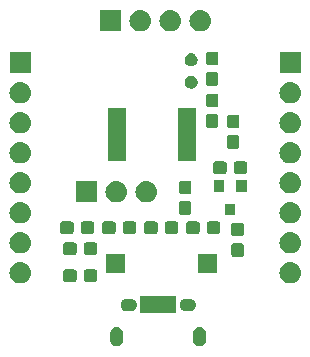
<source format=gbr>
%TF.GenerationSoftware,KiCad,Pcbnew,5.1.2*%
%TF.CreationDate,2019-09-03T08:08:03+08:00*%
%TF.ProjectId,stm32l011d4p6,73746d33-326c-4303-9131-643470362e6b,rev?*%
%TF.SameCoordinates,Original*%
%TF.FileFunction,Soldermask,Top*%
%TF.FilePolarity,Negative*%
%FSLAX46Y46*%
G04 Gerber Fmt 4.6, Leading zero omitted, Abs format (unit mm)*
G04 Created by KiCad (PCBNEW 5.1.2) date 2019-09-03 08:08:03*
%MOMM*%
%LPD*%
G04 APERTURE LIST*
%ADD10C,0.350000*%
G04 APERTURE END LIST*
D10*
G36*
X158802014Y-88415973D02*
G01*
X158905878Y-88447479D01*
X158949907Y-88471013D01*
X159001599Y-88498643D01*
X159001601Y-88498644D01*
X159001600Y-88498644D01*
X159085501Y-88567499D01*
X159154356Y-88651400D01*
X159205521Y-88747121D01*
X159237027Y-88850985D01*
X159245000Y-88931933D01*
X159245000Y-89536067D01*
X159237027Y-89617015D01*
X159205521Y-89720879D01*
X159205519Y-89720882D01*
X159154357Y-89816600D01*
X159085501Y-89900501D01*
X159001600Y-89969357D01*
X158933055Y-90005995D01*
X158905879Y-90020521D01*
X158802015Y-90052027D01*
X158694000Y-90062666D01*
X158585986Y-90052027D01*
X158482122Y-90020521D01*
X158454946Y-90005995D01*
X158386401Y-89969357D01*
X158302500Y-89900501D01*
X158233643Y-89816599D01*
X158182481Y-89720882D01*
X158182480Y-89720879D01*
X158150973Y-89617015D01*
X158143000Y-89536067D01*
X158143000Y-88931934D01*
X158150973Y-88850986D01*
X158182479Y-88747122D01*
X158233644Y-88651400D01*
X158302499Y-88567499D01*
X158386400Y-88498644D01*
X158386399Y-88498644D01*
X158386401Y-88498643D01*
X158438093Y-88471013D01*
X158482121Y-88447479D01*
X158585985Y-88415973D01*
X158694000Y-88405334D01*
X158802014Y-88415973D01*
X158802014Y-88415973D01*
G37*
G36*
X151802014Y-88415973D02*
G01*
X151905878Y-88447479D01*
X151949907Y-88471013D01*
X152001599Y-88498643D01*
X152001601Y-88498644D01*
X152001600Y-88498644D01*
X152085501Y-88567499D01*
X152154356Y-88651400D01*
X152205521Y-88747121D01*
X152237027Y-88850985D01*
X152245000Y-88931933D01*
X152245000Y-89536067D01*
X152237027Y-89617015D01*
X152205521Y-89720879D01*
X152205519Y-89720882D01*
X152154357Y-89816600D01*
X152085501Y-89900501D01*
X152001600Y-89969357D01*
X151933055Y-90005995D01*
X151905879Y-90020521D01*
X151802015Y-90052027D01*
X151694000Y-90062666D01*
X151585986Y-90052027D01*
X151482122Y-90020521D01*
X151454946Y-90005995D01*
X151386401Y-89969357D01*
X151302500Y-89900501D01*
X151233643Y-89816599D01*
X151182481Y-89720882D01*
X151182480Y-89720879D01*
X151150973Y-89617015D01*
X151143000Y-89536067D01*
X151143000Y-88931934D01*
X151150973Y-88850986D01*
X151182479Y-88747122D01*
X151233644Y-88651400D01*
X151302499Y-88567499D01*
X151386400Y-88498644D01*
X151386399Y-88498644D01*
X151386401Y-88498643D01*
X151438093Y-88471013D01*
X151482121Y-88447479D01*
X151585985Y-88415973D01*
X151694000Y-88405334D01*
X151802014Y-88415973D01*
X151802014Y-88415973D01*
G37*
G36*
X156745000Y-87260000D02*
G01*
X153643000Y-87260000D01*
X153643000Y-85808000D01*
X156745000Y-85808000D01*
X156745000Y-87260000D01*
X156745000Y-87260000D01*
G37*
G36*
X152947114Y-86015611D02*
G01*
X153046265Y-86045688D01*
X153137644Y-86094531D01*
X153217738Y-86160262D01*
X153283469Y-86240356D01*
X153332312Y-86331735D01*
X153362389Y-86430886D01*
X153372545Y-86534000D01*
X153362389Y-86637114D01*
X153332312Y-86736265D01*
X153283469Y-86827644D01*
X153217738Y-86907738D01*
X153137644Y-86973469D01*
X153046265Y-87022312D01*
X152947114Y-87052389D01*
X152869839Y-87060000D01*
X152518161Y-87060000D01*
X152440886Y-87052389D01*
X152341735Y-87022312D01*
X152250356Y-86973469D01*
X152170262Y-86907738D01*
X152104531Y-86827644D01*
X152055688Y-86736265D01*
X152025611Y-86637114D01*
X152015455Y-86534000D01*
X152025611Y-86430886D01*
X152055688Y-86331735D01*
X152104531Y-86240356D01*
X152170262Y-86160262D01*
X152250356Y-86094531D01*
X152341735Y-86045688D01*
X152440886Y-86015611D01*
X152518161Y-86008000D01*
X152869839Y-86008000D01*
X152947114Y-86015611D01*
X152947114Y-86015611D01*
G37*
G36*
X157947114Y-86015611D02*
G01*
X158046265Y-86045688D01*
X158137644Y-86094531D01*
X158217738Y-86160262D01*
X158283469Y-86240356D01*
X158332312Y-86331735D01*
X158362389Y-86430886D01*
X158372545Y-86534000D01*
X158362389Y-86637114D01*
X158332312Y-86736265D01*
X158283469Y-86827644D01*
X158217738Y-86907738D01*
X158137644Y-86973469D01*
X158046265Y-87022312D01*
X157947114Y-87052389D01*
X157869839Y-87060000D01*
X157518161Y-87060000D01*
X157440886Y-87052389D01*
X157341735Y-87022312D01*
X157250356Y-86973469D01*
X157170262Y-86907738D01*
X157104531Y-86827644D01*
X157055688Y-86736265D01*
X157025611Y-86637114D01*
X157015455Y-86534000D01*
X157025611Y-86430886D01*
X157055688Y-86331735D01*
X157104531Y-86240356D01*
X157170262Y-86160262D01*
X157250356Y-86094531D01*
X157341735Y-86045688D01*
X157440886Y-86015611D01*
X157518161Y-86008000D01*
X157869839Y-86008000D01*
X157947114Y-86015611D01*
X157947114Y-86015611D01*
G37*
G36*
X166480443Y-82925519D02*
G01*
X166546627Y-82932037D01*
X166716466Y-82983557D01*
X166872991Y-83067222D01*
X166908729Y-83096552D01*
X167010186Y-83179814D01*
X167093448Y-83281271D01*
X167122778Y-83317009D01*
X167206443Y-83473534D01*
X167257963Y-83643373D01*
X167275359Y-83820000D01*
X167257963Y-83996627D01*
X167206443Y-84166466D01*
X167122778Y-84322991D01*
X167111281Y-84337000D01*
X167010186Y-84460186D01*
X166911899Y-84540847D01*
X166872991Y-84572778D01*
X166716466Y-84656443D01*
X166546627Y-84707963D01*
X166480443Y-84714481D01*
X166414260Y-84721000D01*
X166325740Y-84721000D01*
X166259557Y-84714481D01*
X166193373Y-84707963D01*
X166023534Y-84656443D01*
X165867009Y-84572778D01*
X165828101Y-84540847D01*
X165729814Y-84460186D01*
X165628719Y-84337000D01*
X165617222Y-84322991D01*
X165533557Y-84166466D01*
X165482037Y-83996627D01*
X165464641Y-83820000D01*
X165482037Y-83643373D01*
X165533557Y-83473534D01*
X165617222Y-83317009D01*
X165646552Y-83281271D01*
X165729814Y-83179814D01*
X165831271Y-83096552D01*
X165867009Y-83067222D01*
X166023534Y-82983557D01*
X166193373Y-82932037D01*
X166259557Y-82925519D01*
X166325740Y-82919000D01*
X166414260Y-82919000D01*
X166480443Y-82925519D01*
X166480443Y-82925519D01*
G37*
G36*
X143620443Y-82925519D02*
G01*
X143686627Y-82932037D01*
X143856466Y-82983557D01*
X144012991Y-83067222D01*
X144048729Y-83096552D01*
X144150186Y-83179814D01*
X144233448Y-83281271D01*
X144262778Y-83317009D01*
X144346443Y-83473534D01*
X144397963Y-83643373D01*
X144415359Y-83820000D01*
X144397963Y-83996627D01*
X144346443Y-84166466D01*
X144262778Y-84322991D01*
X144251281Y-84337000D01*
X144150186Y-84460186D01*
X144051899Y-84540847D01*
X144012991Y-84572778D01*
X143856466Y-84656443D01*
X143686627Y-84707963D01*
X143620443Y-84714481D01*
X143554260Y-84721000D01*
X143465740Y-84721000D01*
X143399557Y-84714481D01*
X143333373Y-84707963D01*
X143163534Y-84656443D01*
X143007009Y-84572778D01*
X142968101Y-84540847D01*
X142869814Y-84460186D01*
X142768719Y-84337000D01*
X142757222Y-84322991D01*
X142673557Y-84166466D01*
X142622037Y-83996627D01*
X142604641Y-83820000D01*
X142622037Y-83643373D01*
X142673557Y-83473534D01*
X142757222Y-83317009D01*
X142786552Y-83281271D01*
X142869814Y-83179814D01*
X142971271Y-83096552D01*
X143007009Y-83067222D01*
X143163534Y-82983557D01*
X143333373Y-82932037D01*
X143399557Y-82925519D01*
X143465740Y-82919000D01*
X143554260Y-82919000D01*
X143620443Y-82925519D01*
X143620443Y-82925519D01*
G37*
G36*
X149879499Y-83552445D02*
G01*
X149916995Y-83563820D01*
X149951554Y-83582292D01*
X149981847Y-83607153D01*
X150006708Y-83637446D01*
X150025180Y-83672005D01*
X150036555Y-83709501D01*
X150041000Y-83754638D01*
X150041000Y-84393362D01*
X150036555Y-84438499D01*
X150025180Y-84475995D01*
X150006708Y-84510554D01*
X149981847Y-84540847D01*
X149951554Y-84565708D01*
X149916995Y-84584180D01*
X149879499Y-84595555D01*
X149834362Y-84600000D01*
X149095638Y-84600000D01*
X149050501Y-84595555D01*
X149013005Y-84584180D01*
X148978446Y-84565708D01*
X148948153Y-84540847D01*
X148923292Y-84510554D01*
X148904820Y-84475995D01*
X148893445Y-84438499D01*
X148889000Y-84393362D01*
X148889000Y-83754638D01*
X148893445Y-83709501D01*
X148904820Y-83672005D01*
X148923292Y-83637446D01*
X148948153Y-83607153D01*
X148978446Y-83582292D01*
X149013005Y-83563820D01*
X149050501Y-83552445D01*
X149095638Y-83548000D01*
X149834362Y-83548000D01*
X149879499Y-83552445D01*
X149879499Y-83552445D01*
G37*
G36*
X148129499Y-83552445D02*
G01*
X148166995Y-83563820D01*
X148201554Y-83582292D01*
X148231847Y-83607153D01*
X148256708Y-83637446D01*
X148275180Y-83672005D01*
X148286555Y-83709501D01*
X148291000Y-83754638D01*
X148291000Y-84393362D01*
X148286555Y-84438499D01*
X148275180Y-84475995D01*
X148256708Y-84510554D01*
X148231847Y-84540847D01*
X148201554Y-84565708D01*
X148166995Y-84584180D01*
X148129499Y-84595555D01*
X148084362Y-84600000D01*
X147345638Y-84600000D01*
X147300501Y-84595555D01*
X147263005Y-84584180D01*
X147228446Y-84565708D01*
X147198153Y-84540847D01*
X147173292Y-84510554D01*
X147154820Y-84475995D01*
X147143445Y-84438499D01*
X147139000Y-84393362D01*
X147139000Y-83754638D01*
X147143445Y-83709501D01*
X147154820Y-83672005D01*
X147173292Y-83637446D01*
X147198153Y-83607153D01*
X147228446Y-83582292D01*
X147263005Y-83563820D01*
X147300501Y-83552445D01*
X147345638Y-83548000D01*
X148084362Y-83548000D01*
X148129499Y-83552445D01*
X148129499Y-83552445D01*
G37*
G36*
X160149000Y-83859000D02*
G01*
X158547000Y-83859000D01*
X158547000Y-82257000D01*
X160149000Y-82257000D01*
X160149000Y-83859000D01*
X160149000Y-83859000D01*
G37*
G36*
X152349000Y-83859000D02*
G01*
X150747000Y-83859000D01*
X150747000Y-82257000D01*
X152349000Y-82257000D01*
X152349000Y-83859000D01*
X152349000Y-83859000D01*
G37*
G36*
X162289499Y-81329445D02*
G01*
X162326995Y-81340820D01*
X162361554Y-81359292D01*
X162391847Y-81384153D01*
X162416708Y-81414446D01*
X162435180Y-81449005D01*
X162446555Y-81486501D01*
X162451000Y-81531638D01*
X162451000Y-82270362D01*
X162446555Y-82315499D01*
X162435180Y-82352995D01*
X162416708Y-82387554D01*
X162391847Y-82417847D01*
X162361554Y-82442708D01*
X162326995Y-82461180D01*
X162289499Y-82472555D01*
X162244362Y-82477000D01*
X161605638Y-82477000D01*
X161560501Y-82472555D01*
X161523005Y-82461180D01*
X161488446Y-82442708D01*
X161458153Y-82417847D01*
X161433292Y-82387554D01*
X161414820Y-82352995D01*
X161403445Y-82315499D01*
X161399000Y-82270362D01*
X161399000Y-81531638D01*
X161403445Y-81486501D01*
X161414820Y-81449005D01*
X161433292Y-81414446D01*
X161458153Y-81384153D01*
X161488446Y-81359292D01*
X161523005Y-81340820D01*
X161560501Y-81329445D01*
X161605638Y-81325000D01*
X162244362Y-81325000D01*
X162289499Y-81329445D01*
X162289499Y-81329445D01*
G37*
G36*
X148129499Y-81266445D02*
G01*
X148166995Y-81277820D01*
X148201554Y-81296292D01*
X148231847Y-81321153D01*
X148256708Y-81351446D01*
X148275180Y-81386005D01*
X148286555Y-81423501D01*
X148291000Y-81468638D01*
X148291000Y-82107362D01*
X148286555Y-82152499D01*
X148275180Y-82189995D01*
X148256708Y-82224554D01*
X148231847Y-82254847D01*
X148201554Y-82279708D01*
X148166995Y-82298180D01*
X148129499Y-82309555D01*
X148084362Y-82314000D01*
X147345638Y-82314000D01*
X147300501Y-82309555D01*
X147263005Y-82298180D01*
X147228446Y-82279708D01*
X147198153Y-82254847D01*
X147173292Y-82224554D01*
X147154820Y-82189995D01*
X147143445Y-82152499D01*
X147139000Y-82107362D01*
X147139000Y-81468638D01*
X147143445Y-81423501D01*
X147154820Y-81386005D01*
X147173292Y-81351446D01*
X147198153Y-81321153D01*
X147228446Y-81296292D01*
X147263005Y-81277820D01*
X147300501Y-81266445D01*
X147345638Y-81262000D01*
X148084362Y-81262000D01*
X148129499Y-81266445D01*
X148129499Y-81266445D01*
G37*
G36*
X149879499Y-81266445D02*
G01*
X149916995Y-81277820D01*
X149951554Y-81296292D01*
X149981847Y-81321153D01*
X150006708Y-81351446D01*
X150025180Y-81386005D01*
X150036555Y-81423501D01*
X150041000Y-81468638D01*
X150041000Y-82107362D01*
X150036555Y-82152499D01*
X150025180Y-82189995D01*
X150006708Y-82224554D01*
X149981847Y-82254847D01*
X149951554Y-82279708D01*
X149916995Y-82298180D01*
X149879499Y-82309555D01*
X149834362Y-82314000D01*
X149095638Y-82314000D01*
X149050501Y-82309555D01*
X149013005Y-82298180D01*
X148978446Y-82279708D01*
X148948153Y-82254847D01*
X148923292Y-82224554D01*
X148904820Y-82189995D01*
X148893445Y-82152499D01*
X148889000Y-82107362D01*
X148889000Y-81468638D01*
X148893445Y-81423501D01*
X148904820Y-81386005D01*
X148923292Y-81351446D01*
X148948153Y-81321153D01*
X148978446Y-81296292D01*
X149013005Y-81277820D01*
X149050501Y-81266445D01*
X149095638Y-81262000D01*
X149834362Y-81262000D01*
X149879499Y-81266445D01*
X149879499Y-81266445D01*
G37*
G36*
X166480442Y-80385518D02*
G01*
X166546627Y-80392037D01*
X166716466Y-80443557D01*
X166872991Y-80527222D01*
X166908729Y-80556552D01*
X167010186Y-80639814D01*
X167093448Y-80741271D01*
X167122778Y-80777009D01*
X167206443Y-80933534D01*
X167257963Y-81103373D01*
X167275359Y-81280000D01*
X167257963Y-81456627D01*
X167206443Y-81626466D01*
X167122778Y-81782991D01*
X167093448Y-81818729D01*
X167010186Y-81920186D01*
X166908729Y-82003448D01*
X166872991Y-82032778D01*
X166716466Y-82116443D01*
X166546627Y-82167963D01*
X166480443Y-82174481D01*
X166414260Y-82181000D01*
X166325740Y-82181000D01*
X166259557Y-82174481D01*
X166193373Y-82167963D01*
X166023534Y-82116443D01*
X165867009Y-82032778D01*
X165831271Y-82003448D01*
X165729814Y-81920186D01*
X165646552Y-81818729D01*
X165617222Y-81782991D01*
X165533557Y-81626466D01*
X165482037Y-81456627D01*
X165464641Y-81280000D01*
X165482037Y-81103373D01*
X165533557Y-80933534D01*
X165617222Y-80777009D01*
X165646552Y-80741271D01*
X165729814Y-80639814D01*
X165831271Y-80556552D01*
X165867009Y-80527222D01*
X166023534Y-80443557D01*
X166193373Y-80392037D01*
X166259558Y-80385518D01*
X166325740Y-80379000D01*
X166414260Y-80379000D01*
X166480442Y-80385518D01*
X166480442Y-80385518D01*
G37*
G36*
X143620442Y-80385518D02*
G01*
X143686627Y-80392037D01*
X143856466Y-80443557D01*
X144012991Y-80527222D01*
X144048729Y-80556552D01*
X144150186Y-80639814D01*
X144233448Y-80741271D01*
X144262778Y-80777009D01*
X144346443Y-80933534D01*
X144397963Y-81103373D01*
X144415359Y-81280000D01*
X144397963Y-81456627D01*
X144346443Y-81626466D01*
X144262778Y-81782991D01*
X144233448Y-81818729D01*
X144150186Y-81920186D01*
X144048729Y-82003448D01*
X144012991Y-82032778D01*
X143856466Y-82116443D01*
X143686627Y-82167963D01*
X143620443Y-82174481D01*
X143554260Y-82181000D01*
X143465740Y-82181000D01*
X143399557Y-82174481D01*
X143333373Y-82167963D01*
X143163534Y-82116443D01*
X143007009Y-82032778D01*
X142971271Y-82003448D01*
X142869814Y-81920186D01*
X142786552Y-81818729D01*
X142757222Y-81782991D01*
X142673557Y-81626466D01*
X142622037Y-81456627D01*
X142604641Y-81280000D01*
X142622037Y-81103373D01*
X142673557Y-80933534D01*
X142757222Y-80777009D01*
X142786552Y-80741271D01*
X142869814Y-80639814D01*
X142971271Y-80556552D01*
X143007009Y-80527222D01*
X143163534Y-80443557D01*
X143333373Y-80392037D01*
X143399558Y-80385518D01*
X143465740Y-80379000D01*
X143554260Y-80379000D01*
X143620442Y-80385518D01*
X143620442Y-80385518D01*
G37*
G36*
X162289499Y-79579445D02*
G01*
X162326995Y-79590820D01*
X162361554Y-79609292D01*
X162391847Y-79634153D01*
X162416708Y-79664446D01*
X162435180Y-79699005D01*
X162446555Y-79736501D01*
X162451000Y-79781638D01*
X162451000Y-80520362D01*
X162446555Y-80565499D01*
X162435180Y-80602995D01*
X162416708Y-80637554D01*
X162391847Y-80667847D01*
X162361554Y-80692708D01*
X162326995Y-80711180D01*
X162289499Y-80722555D01*
X162244362Y-80727000D01*
X161605638Y-80727000D01*
X161560501Y-80722555D01*
X161523005Y-80711180D01*
X161488446Y-80692708D01*
X161458153Y-80667847D01*
X161433292Y-80637554D01*
X161414820Y-80602995D01*
X161403445Y-80565499D01*
X161399000Y-80520362D01*
X161399000Y-79781638D01*
X161403445Y-79736501D01*
X161414820Y-79699005D01*
X161433292Y-79664446D01*
X161458153Y-79634153D01*
X161488446Y-79609292D01*
X161523005Y-79590820D01*
X161560501Y-79579445D01*
X161605638Y-79575000D01*
X162244362Y-79575000D01*
X162289499Y-79579445D01*
X162289499Y-79579445D01*
G37*
G36*
X149625499Y-79488445D02*
G01*
X149662995Y-79499820D01*
X149697554Y-79518292D01*
X149727847Y-79543153D01*
X149752708Y-79573446D01*
X149771180Y-79608005D01*
X149782555Y-79645501D01*
X149787000Y-79690638D01*
X149787000Y-80329362D01*
X149782555Y-80374499D01*
X149771180Y-80411995D01*
X149752708Y-80446554D01*
X149727847Y-80476847D01*
X149697554Y-80501708D01*
X149662995Y-80520180D01*
X149625499Y-80531555D01*
X149580362Y-80536000D01*
X148841638Y-80536000D01*
X148796501Y-80531555D01*
X148759005Y-80520180D01*
X148724446Y-80501708D01*
X148694153Y-80476847D01*
X148669292Y-80446554D01*
X148650820Y-80411995D01*
X148639445Y-80374499D01*
X148635000Y-80329362D01*
X148635000Y-79690638D01*
X148639445Y-79645501D01*
X148650820Y-79608005D01*
X148669292Y-79573446D01*
X148694153Y-79543153D01*
X148724446Y-79518292D01*
X148759005Y-79499820D01*
X148796501Y-79488445D01*
X148841638Y-79484000D01*
X149580362Y-79484000D01*
X149625499Y-79488445D01*
X149625499Y-79488445D01*
G37*
G36*
X147875499Y-79488445D02*
G01*
X147912995Y-79499820D01*
X147947554Y-79518292D01*
X147977847Y-79543153D01*
X148002708Y-79573446D01*
X148021180Y-79608005D01*
X148032555Y-79645501D01*
X148037000Y-79690638D01*
X148037000Y-80329362D01*
X148032555Y-80374499D01*
X148021180Y-80411995D01*
X148002708Y-80446554D01*
X147977847Y-80476847D01*
X147947554Y-80501708D01*
X147912995Y-80520180D01*
X147875499Y-80531555D01*
X147830362Y-80536000D01*
X147091638Y-80536000D01*
X147046501Y-80531555D01*
X147009005Y-80520180D01*
X146974446Y-80501708D01*
X146944153Y-80476847D01*
X146919292Y-80446554D01*
X146900820Y-80411995D01*
X146889445Y-80374499D01*
X146885000Y-80329362D01*
X146885000Y-79690638D01*
X146889445Y-79645501D01*
X146900820Y-79608005D01*
X146919292Y-79573446D01*
X146944153Y-79543153D01*
X146974446Y-79518292D01*
X147009005Y-79499820D01*
X147046501Y-79488445D01*
X147091638Y-79484000D01*
X147830362Y-79484000D01*
X147875499Y-79488445D01*
X147875499Y-79488445D01*
G37*
G36*
X160293499Y-79488445D02*
G01*
X160330995Y-79499820D01*
X160365554Y-79518292D01*
X160395847Y-79543153D01*
X160420708Y-79573446D01*
X160439180Y-79608005D01*
X160450555Y-79645501D01*
X160455000Y-79690638D01*
X160455000Y-80329362D01*
X160450555Y-80374499D01*
X160439180Y-80411995D01*
X160420708Y-80446554D01*
X160395847Y-80476847D01*
X160365554Y-80501708D01*
X160330995Y-80520180D01*
X160293499Y-80531555D01*
X160248362Y-80536000D01*
X159509638Y-80536000D01*
X159464501Y-80531555D01*
X159427005Y-80520180D01*
X159392446Y-80501708D01*
X159362153Y-80476847D01*
X159337292Y-80446554D01*
X159318820Y-80411995D01*
X159307445Y-80374499D01*
X159303000Y-80329362D01*
X159303000Y-79690638D01*
X159307445Y-79645501D01*
X159318820Y-79608005D01*
X159337292Y-79573446D01*
X159362153Y-79543153D01*
X159392446Y-79518292D01*
X159427005Y-79499820D01*
X159464501Y-79488445D01*
X159509638Y-79484000D01*
X160248362Y-79484000D01*
X160293499Y-79488445D01*
X160293499Y-79488445D01*
G37*
G36*
X158543499Y-79488445D02*
G01*
X158580995Y-79499820D01*
X158615554Y-79518292D01*
X158645847Y-79543153D01*
X158670708Y-79573446D01*
X158689180Y-79608005D01*
X158700555Y-79645501D01*
X158705000Y-79690638D01*
X158705000Y-80329362D01*
X158700555Y-80374499D01*
X158689180Y-80411995D01*
X158670708Y-80446554D01*
X158645847Y-80476847D01*
X158615554Y-80501708D01*
X158580995Y-80520180D01*
X158543499Y-80531555D01*
X158498362Y-80536000D01*
X157759638Y-80536000D01*
X157714501Y-80531555D01*
X157677005Y-80520180D01*
X157642446Y-80501708D01*
X157612153Y-80476847D01*
X157587292Y-80446554D01*
X157568820Y-80411995D01*
X157557445Y-80374499D01*
X157553000Y-80329362D01*
X157553000Y-79690638D01*
X157557445Y-79645501D01*
X157568820Y-79608005D01*
X157587292Y-79573446D01*
X157612153Y-79543153D01*
X157642446Y-79518292D01*
X157677005Y-79499820D01*
X157714501Y-79488445D01*
X157759638Y-79484000D01*
X158498362Y-79484000D01*
X158543499Y-79488445D01*
X158543499Y-79488445D01*
G37*
G36*
X151431499Y-79488445D02*
G01*
X151468995Y-79499820D01*
X151503554Y-79518292D01*
X151533847Y-79543153D01*
X151558708Y-79573446D01*
X151577180Y-79608005D01*
X151588555Y-79645501D01*
X151593000Y-79690638D01*
X151593000Y-80329362D01*
X151588555Y-80374499D01*
X151577180Y-80411995D01*
X151558708Y-80446554D01*
X151533847Y-80476847D01*
X151503554Y-80501708D01*
X151468995Y-80520180D01*
X151431499Y-80531555D01*
X151386362Y-80536000D01*
X150647638Y-80536000D01*
X150602501Y-80531555D01*
X150565005Y-80520180D01*
X150530446Y-80501708D01*
X150500153Y-80476847D01*
X150475292Y-80446554D01*
X150456820Y-80411995D01*
X150445445Y-80374499D01*
X150441000Y-80329362D01*
X150441000Y-79690638D01*
X150445445Y-79645501D01*
X150456820Y-79608005D01*
X150475292Y-79573446D01*
X150500153Y-79543153D01*
X150530446Y-79518292D01*
X150565005Y-79499820D01*
X150602501Y-79488445D01*
X150647638Y-79484000D01*
X151386362Y-79484000D01*
X151431499Y-79488445D01*
X151431499Y-79488445D01*
G37*
G36*
X153181499Y-79488445D02*
G01*
X153218995Y-79499820D01*
X153253554Y-79518292D01*
X153283847Y-79543153D01*
X153308708Y-79573446D01*
X153327180Y-79608005D01*
X153338555Y-79645501D01*
X153343000Y-79690638D01*
X153343000Y-80329362D01*
X153338555Y-80374499D01*
X153327180Y-80411995D01*
X153308708Y-80446554D01*
X153283847Y-80476847D01*
X153253554Y-80501708D01*
X153218995Y-80520180D01*
X153181499Y-80531555D01*
X153136362Y-80536000D01*
X152397638Y-80536000D01*
X152352501Y-80531555D01*
X152315005Y-80520180D01*
X152280446Y-80501708D01*
X152250153Y-80476847D01*
X152225292Y-80446554D01*
X152206820Y-80411995D01*
X152195445Y-80374499D01*
X152191000Y-80329362D01*
X152191000Y-79690638D01*
X152195445Y-79645501D01*
X152206820Y-79608005D01*
X152225292Y-79573446D01*
X152250153Y-79543153D01*
X152280446Y-79518292D01*
X152315005Y-79499820D01*
X152352501Y-79488445D01*
X152397638Y-79484000D01*
X153136362Y-79484000D01*
X153181499Y-79488445D01*
X153181499Y-79488445D01*
G37*
G36*
X154987499Y-79488445D02*
G01*
X155024995Y-79499820D01*
X155059554Y-79518292D01*
X155089847Y-79543153D01*
X155114708Y-79573446D01*
X155133180Y-79608005D01*
X155144555Y-79645501D01*
X155149000Y-79690638D01*
X155149000Y-80329362D01*
X155144555Y-80374499D01*
X155133180Y-80411995D01*
X155114708Y-80446554D01*
X155089847Y-80476847D01*
X155059554Y-80501708D01*
X155024995Y-80520180D01*
X154987499Y-80531555D01*
X154942362Y-80536000D01*
X154203638Y-80536000D01*
X154158501Y-80531555D01*
X154121005Y-80520180D01*
X154086446Y-80501708D01*
X154056153Y-80476847D01*
X154031292Y-80446554D01*
X154012820Y-80411995D01*
X154001445Y-80374499D01*
X153997000Y-80329362D01*
X153997000Y-79690638D01*
X154001445Y-79645501D01*
X154012820Y-79608005D01*
X154031292Y-79573446D01*
X154056153Y-79543153D01*
X154086446Y-79518292D01*
X154121005Y-79499820D01*
X154158501Y-79488445D01*
X154203638Y-79484000D01*
X154942362Y-79484000D01*
X154987499Y-79488445D01*
X154987499Y-79488445D01*
G37*
G36*
X156737499Y-79488445D02*
G01*
X156774995Y-79499820D01*
X156809554Y-79518292D01*
X156839847Y-79543153D01*
X156864708Y-79573446D01*
X156883180Y-79608005D01*
X156894555Y-79645501D01*
X156899000Y-79690638D01*
X156899000Y-80329362D01*
X156894555Y-80374499D01*
X156883180Y-80411995D01*
X156864708Y-80446554D01*
X156839847Y-80476847D01*
X156809554Y-80501708D01*
X156774995Y-80520180D01*
X156737499Y-80531555D01*
X156692362Y-80536000D01*
X155953638Y-80536000D01*
X155908501Y-80531555D01*
X155871005Y-80520180D01*
X155836446Y-80501708D01*
X155806153Y-80476847D01*
X155781292Y-80446554D01*
X155762820Y-80411995D01*
X155751445Y-80374499D01*
X155747000Y-80329362D01*
X155747000Y-79690638D01*
X155751445Y-79645501D01*
X155762820Y-79608005D01*
X155781292Y-79573446D01*
X155806153Y-79543153D01*
X155836446Y-79518292D01*
X155871005Y-79499820D01*
X155908501Y-79488445D01*
X155953638Y-79484000D01*
X156692362Y-79484000D01*
X156737499Y-79488445D01*
X156737499Y-79488445D01*
G37*
G36*
X143620443Y-77845519D02*
G01*
X143686627Y-77852037D01*
X143856466Y-77903557D01*
X144012991Y-77987222D01*
X144048729Y-78016552D01*
X144150186Y-78099814D01*
X144233448Y-78201271D01*
X144262778Y-78237009D01*
X144346443Y-78393534D01*
X144397963Y-78563373D01*
X144415359Y-78740000D01*
X144397963Y-78916627D01*
X144346443Y-79086466D01*
X144262778Y-79242991D01*
X144233448Y-79278729D01*
X144150186Y-79380186D01*
X144048729Y-79463448D01*
X144012991Y-79492778D01*
X143856466Y-79576443D01*
X143686627Y-79627963D01*
X143623778Y-79634153D01*
X143554260Y-79641000D01*
X143465740Y-79641000D01*
X143396222Y-79634153D01*
X143333373Y-79627963D01*
X143163534Y-79576443D01*
X143007009Y-79492778D01*
X142971271Y-79463448D01*
X142869814Y-79380186D01*
X142786552Y-79278729D01*
X142757222Y-79242991D01*
X142673557Y-79086466D01*
X142622037Y-78916627D01*
X142604641Y-78740000D01*
X142622037Y-78563373D01*
X142673557Y-78393534D01*
X142757222Y-78237009D01*
X142786552Y-78201271D01*
X142869814Y-78099814D01*
X142971271Y-78016552D01*
X143007009Y-77987222D01*
X143163534Y-77903557D01*
X143333373Y-77852037D01*
X143399557Y-77845519D01*
X143465740Y-77839000D01*
X143554260Y-77839000D01*
X143620443Y-77845519D01*
X143620443Y-77845519D01*
G37*
G36*
X166480443Y-77845519D02*
G01*
X166546627Y-77852037D01*
X166716466Y-77903557D01*
X166872991Y-77987222D01*
X166908729Y-78016552D01*
X167010186Y-78099814D01*
X167093448Y-78201271D01*
X167122778Y-78237009D01*
X167206443Y-78393534D01*
X167257963Y-78563373D01*
X167275359Y-78740000D01*
X167257963Y-78916627D01*
X167206443Y-79086466D01*
X167122778Y-79242991D01*
X167093448Y-79278729D01*
X167010186Y-79380186D01*
X166908729Y-79463448D01*
X166872991Y-79492778D01*
X166716466Y-79576443D01*
X166546627Y-79627963D01*
X166483778Y-79634153D01*
X166414260Y-79641000D01*
X166325740Y-79641000D01*
X166256222Y-79634153D01*
X166193373Y-79627963D01*
X166023534Y-79576443D01*
X165867009Y-79492778D01*
X165831271Y-79463448D01*
X165729814Y-79380186D01*
X165646552Y-79278729D01*
X165617222Y-79242991D01*
X165533557Y-79086466D01*
X165482037Y-78916627D01*
X165464641Y-78740000D01*
X165482037Y-78563373D01*
X165533557Y-78393534D01*
X165617222Y-78237009D01*
X165646552Y-78201271D01*
X165729814Y-78099814D01*
X165831271Y-78016552D01*
X165867009Y-77987222D01*
X166023534Y-77903557D01*
X166193373Y-77852037D01*
X166259557Y-77845519D01*
X166325740Y-77839000D01*
X166414260Y-77839000D01*
X166480443Y-77845519D01*
X166480443Y-77845519D01*
G37*
G36*
X161741000Y-78971000D02*
G01*
X160839000Y-78971000D01*
X160839000Y-77969000D01*
X161741000Y-77969000D01*
X161741000Y-78971000D01*
X161741000Y-78971000D01*
G37*
G36*
X157844499Y-77773445D02*
G01*
X157881995Y-77784820D01*
X157916554Y-77803292D01*
X157946847Y-77828153D01*
X157971708Y-77858446D01*
X157990180Y-77893005D01*
X158001555Y-77930501D01*
X158006000Y-77975638D01*
X158006000Y-78714362D01*
X158001555Y-78759499D01*
X157990180Y-78796995D01*
X157971708Y-78831554D01*
X157946847Y-78861847D01*
X157916554Y-78886708D01*
X157881995Y-78905180D01*
X157844499Y-78916555D01*
X157799362Y-78921000D01*
X157160638Y-78921000D01*
X157115501Y-78916555D01*
X157078005Y-78905180D01*
X157043446Y-78886708D01*
X157013153Y-78861847D01*
X156988292Y-78831554D01*
X156969820Y-78796995D01*
X156958445Y-78759499D01*
X156954000Y-78714362D01*
X156954000Y-77975638D01*
X156958445Y-77930501D01*
X156969820Y-77893005D01*
X156988292Y-77858446D01*
X157013153Y-77828153D01*
X157043446Y-77803292D01*
X157078005Y-77784820D01*
X157115501Y-77773445D01*
X157160638Y-77769000D01*
X157799362Y-77769000D01*
X157844499Y-77773445D01*
X157844499Y-77773445D01*
G37*
G36*
X151748443Y-76067519D02*
G01*
X151814627Y-76074037D01*
X151984466Y-76125557D01*
X152140991Y-76209222D01*
X152167151Y-76230691D01*
X152278186Y-76321814D01*
X152361448Y-76423271D01*
X152390778Y-76459009D01*
X152474443Y-76615534D01*
X152525963Y-76785373D01*
X152543359Y-76962000D01*
X152525963Y-77138627D01*
X152474443Y-77308466D01*
X152390778Y-77464991D01*
X152361448Y-77500729D01*
X152278186Y-77602186D01*
X152176729Y-77685448D01*
X152140991Y-77714778D01*
X151984466Y-77798443D01*
X151814627Y-77849963D01*
X151748443Y-77856481D01*
X151682260Y-77863000D01*
X151593740Y-77863000D01*
X151527557Y-77856481D01*
X151461373Y-77849963D01*
X151291534Y-77798443D01*
X151135009Y-77714778D01*
X151099271Y-77685448D01*
X150997814Y-77602186D01*
X150914552Y-77500729D01*
X150885222Y-77464991D01*
X150801557Y-77308466D01*
X150750037Y-77138627D01*
X150732641Y-76962000D01*
X150750037Y-76785373D01*
X150801557Y-76615534D01*
X150885222Y-76459009D01*
X150914552Y-76423271D01*
X150997814Y-76321814D01*
X151108849Y-76230691D01*
X151135009Y-76209222D01*
X151291534Y-76125557D01*
X151461373Y-76074037D01*
X151527557Y-76067519D01*
X151593740Y-76061000D01*
X151682260Y-76061000D01*
X151748443Y-76067519D01*
X151748443Y-76067519D01*
G37*
G36*
X149999000Y-77863000D02*
G01*
X148197000Y-77863000D01*
X148197000Y-76061000D01*
X149999000Y-76061000D01*
X149999000Y-77863000D01*
X149999000Y-77863000D01*
G37*
G36*
X154288443Y-76067519D02*
G01*
X154354627Y-76074037D01*
X154524466Y-76125557D01*
X154680991Y-76209222D01*
X154707151Y-76230691D01*
X154818186Y-76321814D01*
X154901448Y-76423271D01*
X154930778Y-76459009D01*
X155014443Y-76615534D01*
X155065963Y-76785373D01*
X155083359Y-76962000D01*
X155065963Y-77138627D01*
X155014443Y-77308466D01*
X154930778Y-77464991D01*
X154901448Y-77500729D01*
X154818186Y-77602186D01*
X154716729Y-77685448D01*
X154680991Y-77714778D01*
X154524466Y-77798443D01*
X154354627Y-77849963D01*
X154288443Y-77856481D01*
X154222260Y-77863000D01*
X154133740Y-77863000D01*
X154067557Y-77856481D01*
X154001373Y-77849963D01*
X153831534Y-77798443D01*
X153675009Y-77714778D01*
X153639271Y-77685448D01*
X153537814Y-77602186D01*
X153454552Y-77500729D01*
X153425222Y-77464991D01*
X153341557Y-77308466D01*
X153290037Y-77138627D01*
X153272641Y-76962000D01*
X153290037Y-76785373D01*
X153341557Y-76615534D01*
X153425222Y-76459009D01*
X153454552Y-76423271D01*
X153537814Y-76321814D01*
X153648849Y-76230691D01*
X153675009Y-76209222D01*
X153831534Y-76125557D01*
X154001373Y-76074037D01*
X154067557Y-76067519D01*
X154133740Y-76061000D01*
X154222260Y-76061000D01*
X154288443Y-76067519D01*
X154288443Y-76067519D01*
G37*
G36*
X157844499Y-76023445D02*
G01*
X157881995Y-76034820D01*
X157916554Y-76053292D01*
X157946847Y-76078153D01*
X157971708Y-76108446D01*
X157990180Y-76143005D01*
X158001555Y-76180501D01*
X158006000Y-76225638D01*
X158006000Y-76964362D01*
X158001555Y-77009499D01*
X157990180Y-77046995D01*
X157971708Y-77081554D01*
X157946847Y-77111847D01*
X157916554Y-77136708D01*
X157881995Y-77155180D01*
X157844499Y-77166555D01*
X157799362Y-77171000D01*
X157160638Y-77171000D01*
X157115501Y-77166555D01*
X157078005Y-77155180D01*
X157043446Y-77136708D01*
X157013153Y-77111847D01*
X156988292Y-77081554D01*
X156969820Y-77046995D01*
X156958445Y-77009499D01*
X156954000Y-76964362D01*
X156954000Y-76225638D01*
X156958445Y-76180501D01*
X156969820Y-76143005D01*
X156988292Y-76108446D01*
X157013153Y-76078153D01*
X157043446Y-76053292D01*
X157078005Y-76034820D01*
X157115501Y-76023445D01*
X157160638Y-76019000D01*
X157799362Y-76019000D01*
X157844499Y-76023445D01*
X157844499Y-76023445D01*
G37*
G36*
X143620442Y-75305518D02*
G01*
X143686627Y-75312037D01*
X143856466Y-75363557D01*
X144012991Y-75447222D01*
X144048729Y-75476552D01*
X144150186Y-75559814D01*
X144233448Y-75661271D01*
X144262778Y-75697009D01*
X144346443Y-75853534D01*
X144397963Y-76023373D01*
X144415359Y-76200000D01*
X144397963Y-76376627D01*
X144346443Y-76546466D01*
X144262778Y-76702991D01*
X144233448Y-76738729D01*
X144150186Y-76840186D01*
X144067553Y-76908000D01*
X144012991Y-76952778D01*
X143856466Y-77036443D01*
X143686627Y-77087963D01*
X143625646Y-77093969D01*
X143554260Y-77101000D01*
X143465740Y-77101000D01*
X143394354Y-77093969D01*
X143333373Y-77087963D01*
X143163534Y-77036443D01*
X143007009Y-76952778D01*
X142952447Y-76908000D01*
X142869814Y-76840186D01*
X142786552Y-76738729D01*
X142757222Y-76702991D01*
X142673557Y-76546466D01*
X142622037Y-76376627D01*
X142604641Y-76200000D01*
X142622037Y-76023373D01*
X142673557Y-75853534D01*
X142757222Y-75697009D01*
X142786552Y-75661271D01*
X142869814Y-75559814D01*
X142971271Y-75476552D01*
X143007009Y-75447222D01*
X143163534Y-75363557D01*
X143333373Y-75312037D01*
X143399558Y-75305518D01*
X143465740Y-75299000D01*
X143554260Y-75299000D01*
X143620442Y-75305518D01*
X143620442Y-75305518D01*
G37*
G36*
X166480442Y-75305518D02*
G01*
X166546627Y-75312037D01*
X166716466Y-75363557D01*
X166872991Y-75447222D01*
X166908729Y-75476552D01*
X167010186Y-75559814D01*
X167093448Y-75661271D01*
X167122778Y-75697009D01*
X167206443Y-75853534D01*
X167257963Y-76023373D01*
X167275359Y-76200000D01*
X167257963Y-76376627D01*
X167206443Y-76546466D01*
X167122778Y-76702991D01*
X167093448Y-76738729D01*
X167010186Y-76840186D01*
X166927553Y-76908000D01*
X166872991Y-76952778D01*
X166716466Y-77036443D01*
X166546627Y-77087963D01*
X166485646Y-77093969D01*
X166414260Y-77101000D01*
X166325740Y-77101000D01*
X166254354Y-77093969D01*
X166193373Y-77087963D01*
X166023534Y-77036443D01*
X165867009Y-76952778D01*
X165812447Y-76908000D01*
X165729814Y-76840186D01*
X165646552Y-76738729D01*
X165617222Y-76702991D01*
X165533557Y-76546466D01*
X165482037Y-76376627D01*
X165464641Y-76200000D01*
X165482037Y-76023373D01*
X165533557Y-75853534D01*
X165617222Y-75697009D01*
X165646552Y-75661271D01*
X165729814Y-75559814D01*
X165831271Y-75476552D01*
X165867009Y-75447222D01*
X166023534Y-75363557D01*
X166193373Y-75312037D01*
X166259558Y-75305518D01*
X166325740Y-75299000D01*
X166414260Y-75299000D01*
X166480442Y-75305518D01*
X166480442Y-75305518D01*
G37*
G36*
X162691000Y-76971000D02*
G01*
X161789000Y-76971000D01*
X161789000Y-75969000D01*
X162691000Y-75969000D01*
X162691000Y-76971000D01*
X162691000Y-76971000D01*
G37*
G36*
X160791000Y-76971000D02*
G01*
X159889000Y-76971000D01*
X159889000Y-75969000D01*
X160791000Y-75969000D01*
X160791000Y-76971000D01*
X160791000Y-76971000D01*
G37*
G36*
X162579499Y-74408445D02*
G01*
X162616995Y-74419820D01*
X162651554Y-74438292D01*
X162681847Y-74463153D01*
X162706708Y-74493446D01*
X162725180Y-74528005D01*
X162736555Y-74565501D01*
X162741000Y-74610638D01*
X162741000Y-75249362D01*
X162736555Y-75294499D01*
X162725180Y-75331995D01*
X162706708Y-75366554D01*
X162681847Y-75396847D01*
X162651554Y-75421708D01*
X162616995Y-75440180D01*
X162579499Y-75451555D01*
X162534362Y-75456000D01*
X161795638Y-75456000D01*
X161750501Y-75451555D01*
X161713005Y-75440180D01*
X161678446Y-75421708D01*
X161648153Y-75396847D01*
X161623292Y-75366554D01*
X161604820Y-75331995D01*
X161593445Y-75294499D01*
X161589000Y-75249362D01*
X161589000Y-74610638D01*
X161593445Y-74565501D01*
X161604820Y-74528005D01*
X161623292Y-74493446D01*
X161648153Y-74463153D01*
X161678446Y-74438292D01*
X161713005Y-74419820D01*
X161750501Y-74408445D01*
X161795638Y-74404000D01*
X162534362Y-74404000D01*
X162579499Y-74408445D01*
X162579499Y-74408445D01*
G37*
G36*
X160829499Y-74408445D02*
G01*
X160866995Y-74419820D01*
X160901554Y-74438292D01*
X160931847Y-74463153D01*
X160956708Y-74493446D01*
X160975180Y-74528005D01*
X160986555Y-74565501D01*
X160991000Y-74610638D01*
X160991000Y-75249362D01*
X160986555Y-75294499D01*
X160975180Y-75331995D01*
X160956708Y-75366554D01*
X160931847Y-75396847D01*
X160901554Y-75421708D01*
X160866995Y-75440180D01*
X160829499Y-75451555D01*
X160784362Y-75456000D01*
X160045638Y-75456000D01*
X160000501Y-75451555D01*
X159963005Y-75440180D01*
X159928446Y-75421708D01*
X159898153Y-75396847D01*
X159873292Y-75366554D01*
X159854820Y-75331995D01*
X159843445Y-75294499D01*
X159839000Y-75249362D01*
X159839000Y-74610638D01*
X159843445Y-74565501D01*
X159854820Y-74528005D01*
X159873292Y-74493446D01*
X159898153Y-74463153D01*
X159928446Y-74438292D01*
X159963005Y-74419820D01*
X160000501Y-74408445D01*
X160045638Y-74404000D01*
X160784362Y-74404000D01*
X160829499Y-74408445D01*
X160829499Y-74408445D01*
G37*
G36*
X166480442Y-72765518D02*
G01*
X166546627Y-72772037D01*
X166716466Y-72823557D01*
X166872991Y-72907222D01*
X166908729Y-72936552D01*
X167010186Y-73019814D01*
X167093448Y-73121271D01*
X167122778Y-73157009D01*
X167206443Y-73313534D01*
X167257963Y-73483373D01*
X167275359Y-73660000D01*
X167257963Y-73836627D01*
X167206443Y-74006466D01*
X167122778Y-74162991D01*
X167093448Y-74198729D01*
X167010186Y-74300186D01*
X166934864Y-74362000D01*
X166872991Y-74412778D01*
X166716466Y-74496443D01*
X166546627Y-74547963D01*
X166480442Y-74554482D01*
X166414260Y-74561000D01*
X166325740Y-74561000D01*
X166259558Y-74554482D01*
X166193373Y-74547963D01*
X166023534Y-74496443D01*
X165867009Y-74412778D01*
X165805136Y-74362000D01*
X165729814Y-74300186D01*
X165646552Y-74198729D01*
X165617222Y-74162991D01*
X165533557Y-74006466D01*
X165482037Y-73836627D01*
X165464641Y-73660000D01*
X165482037Y-73483373D01*
X165533557Y-73313534D01*
X165617222Y-73157009D01*
X165646552Y-73121271D01*
X165729814Y-73019814D01*
X165831271Y-72936552D01*
X165867009Y-72907222D01*
X166023534Y-72823557D01*
X166193373Y-72772037D01*
X166259558Y-72765518D01*
X166325740Y-72759000D01*
X166414260Y-72759000D01*
X166480442Y-72765518D01*
X166480442Y-72765518D01*
G37*
G36*
X143620442Y-72765518D02*
G01*
X143686627Y-72772037D01*
X143856466Y-72823557D01*
X144012991Y-72907222D01*
X144048729Y-72936552D01*
X144150186Y-73019814D01*
X144233448Y-73121271D01*
X144262778Y-73157009D01*
X144346443Y-73313534D01*
X144397963Y-73483373D01*
X144415359Y-73660000D01*
X144397963Y-73836627D01*
X144346443Y-74006466D01*
X144262778Y-74162991D01*
X144233448Y-74198729D01*
X144150186Y-74300186D01*
X144074864Y-74362000D01*
X144012991Y-74412778D01*
X143856466Y-74496443D01*
X143686627Y-74547963D01*
X143620442Y-74554482D01*
X143554260Y-74561000D01*
X143465740Y-74561000D01*
X143399558Y-74554482D01*
X143333373Y-74547963D01*
X143163534Y-74496443D01*
X143007009Y-74412778D01*
X142945136Y-74362000D01*
X142869814Y-74300186D01*
X142786552Y-74198729D01*
X142757222Y-74162991D01*
X142673557Y-74006466D01*
X142622037Y-73836627D01*
X142604641Y-73660000D01*
X142622037Y-73483373D01*
X142673557Y-73313534D01*
X142757222Y-73157009D01*
X142786552Y-73121271D01*
X142869814Y-73019814D01*
X142971271Y-72936552D01*
X143007009Y-72907222D01*
X143163534Y-72823557D01*
X143333373Y-72772037D01*
X143399558Y-72765518D01*
X143465740Y-72759000D01*
X143554260Y-72759000D01*
X143620442Y-72765518D01*
X143620442Y-72765518D01*
G37*
G36*
X152512000Y-74362000D02*
G01*
X150960000Y-74362000D01*
X150960000Y-69910000D01*
X152512000Y-69910000D01*
X152512000Y-74362000D01*
X152512000Y-74362000D01*
G37*
G36*
X158412000Y-74362000D02*
G01*
X156860000Y-74362000D01*
X156860000Y-69910000D01*
X158412000Y-69910000D01*
X158412000Y-74362000D01*
X158412000Y-74362000D01*
G37*
G36*
X161908499Y-72185445D02*
G01*
X161945995Y-72196820D01*
X161980554Y-72215292D01*
X162010847Y-72240153D01*
X162035708Y-72270446D01*
X162054180Y-72305005D01*
X162065555Y-72342501D01*
X162070000Y-72387638D01*
X162070000Y-73126362D01*
X162065555Y-73171499D01*
X162054180Y-73208995D01*
X162035708Y-73243554D01*
X162010847Y-73273847D01*
X161980554Y-73298708D01*
X161945995Y-73317180D01*
X161908499Y-73328555D01*
X161863362Y-73333000D01*
X161224638Y-73333000D01*
X161179501Y-73328555D01*
X161142005Y-73317180D01*
X161107446Y-73298708D01*
X161077153Y-73273847D01*
X161052292Y-73243554D01*
X161033820Y-73208995D01*
X161022445Y-73171499D01*
X161018000Y-73126362D01*
X161018000Y-72387638D01*
X161022445Y-72342501D01*
X161033820Y-72305005D01*
X161052292Y-72270446D01*
X161077153Y-72240153D01*
X161107446Y-72215292D01*
X161142005Y-72196820D01*
X161179501Y-72185445D01*
X161224638Y-72181000D01*
X161863362Y-72181000D01*
X161908499Y-72185445D01*
X161908499Y-72185445D01*
G37*
G36*
X166480442Y-70225518D02*
G01*
X166546627Y-70232037D01*
X166716466Y-70283557D01*
X166872991Y-70367222D01*
X166908729Y-70396552D01*
X167010186Y-70479814D01*
X167080386Y-70565354D01*
X167122778Y-70617009D01*
X167206443Y-70773534D01*
X167257963Y-70943373D01*
X167275359Y-71120000D01*
X167257963Y-71296627D01*
X167206549Y-71466115D01*
X167206442Y-71466468D01*
X167191964Y-71493554D01*
X167122778Y-71622991D01*
X167093448Y-71658729D01*
X167010186Y-71760186D01*
X166908729Y-71843448D01*
X166872991Y-71872778D01*
X166716466Y-71956443D01*
X166546627Y-72007963D01*
X166480443Y-72014481D01*
X166414260Y-72021000D01*
X166325740Y-72021000D01*
X166259557Y-72014481D01*
X166193373Y-72007963D01*
X166023534Y-71956443D01*
X165867009Y-71872778D01*
X165831271Y-71843448D01*
X165729814Y-71760186D01*
X165646552Y-71658729D01*
X165617222Y-71622991D01*
X165548036Y-71493554D01*
X165533558Y-71466468D01*
X165533451Y-71466115D01*
X165482037Y-71296627D01*
X165464641Y-71120000D01*
X165482037Y-70943373D01*
X165533557Y-70773534D01*
X165617222Y-70617009D01*
X165659614Y-70565354D01*
X165729814Y-70479814D01*
X165831271Y-70396552D01*
X165867009Y-70367222D01*
X166023534Y-70283557D01*
X166193373Y-70232037D01*
X166259558Y-70225518D01*
X166325740Y-70219000D01*
X166414260Y-70219000D01*
X166480442Y-70225518D01*
X166480442Y-70225518D01*
G37*
G36*
X143620442Y-70225518D02*
G01*
X143686627Y-70232037D01*
X143856466Y-70283557D01*
X144012991Y-70367222D01*
X144048729Y-70396552D01*
X144150186Y-70479814D01*
X144220386Y-70565354D01*
X144262778Y-70617009D01*
X144346443Y-70773534D01*
X144397963Y-70943373D01*
X144415359Y-71120000D01*
X144397963Y-71296627D01*
X144346549Y-71466115D01*
X144346442Y-71466468D01*
X144331964Y-71493554D01*
X144262778Y-71622991D01*
X144233448Y-71658729D01*
X144150186Y-71760186D01*
X144048729Y-71843448D01*
X144012991Y-71872778D01*
X143856466Y-71956443D01*
X143686627Y-72007963D01*
X143620443Y-72014481D01*
X143554260Y-72021000D01*
X143465740Y-72021000D01*
X143399557Y-72014481D01*
X143333373Y-72007963D01*
X143163534Y-71956443D01*
X143007009Y-71872778D01*
X142971271Y-71843448D01*
X142869814Y-71760186D01*
X142786552Y-71658729D01*
X142757222Y-71622991D01*
X142688036Y-71493554D01*
X142673558Y-71466468D01*
X142673451Y-71466115D01*
X142622037Y-71296627D01*
X142604641Y-71120000D01*
X142622037Y-70943373D01*
X142673557Y-70773534D01*
X142757222Y-70617009D01*
X142799614Y-70565354D01*
X142869814Y-70479814D01*
X142971271Y-70396552D01*
X143007009Y-70367222D01*
X143163534Y-70283557D01*
X143333373Y-70232037D01*
X143399558Y-70225518D01*
X143465740Y-70219000D01*
X143554260Y-70219000D01*
X143620442Y-70225518D01*
X143620442Y-70225518D01*
G37*
G36*
X161908499Y-70435445D02*
G01*
X161945995Y-70446820D01*
X161980554Y-70465292D01*
X162010847Y-70490153D01*
X162035708Y-70520446D01*
X162054180Y-70555005D01*
X162065555Y-70592501D01*
X162070000Y-70637638D01*
X162070000Y-71376362D01*
X162065555Y-71421499D01*
X162054180Y-71458995D01*
X162035708Y-71493554D01*
X162010847Y-71523847D01*
X161980554Y-71548708D01*
X161945995Y-71567180D01*
X161908499Y-71578555D01*
X161863362Y-71583000D01*
X161224638Y-71583000D01*
X161179501Y-71578555D01*
X161142005Y-71567180D01*
X161107446Y-71548708D01*
X161077153Y-71523847D01*
X161052292Y-71493554D01*
X161033820Y-71458995D01*
X161022445Y-71421499D01*
X161018000Y-71376362D01*
X161018000Y-70637638D01*
X161022445Y-70592501D01*
X161033820Y-70555005D01*
X161052292Y-70520446D01*
X161077153Y-70490153D01*
X161107446Y-70465292D01*
X161142005Y-70446820D01*
X161179501Y-70435445D01*
X161224638Y-70431000D01*
X161863362Y-70431000D01*
X161908499Y-70435445D01*
X161908499Y-70435445D01*
G37*
G36*
X160130499Y-70407445D02*
G01*
X160167995Y-70418820D01*
X160202554Y-70437292D01*
X160232847Y-70462153D01*
X160257708Y-70492446D01*
X160276180Y-70527005D01*
X160287555Y-70564501D01*
X160292000Y-70609638D01*
X160292000Y-71348362D01*
X160287555Y-71393499D01*
X160276180Y-71430995D01*
X160257708Y-71465554D01*
X160232847Y-71495847D01*
X160202554Y-71520708D01*
X160167995Y-71539180D01*
X160130499Y-71550555D01*
X160085362Y-71555000D01*
X159446638Y-71555000D01*
X159401501Y-71550555D01*
X159364005Y-71539180D01*
X159329446Y-71520708D01*
X159299153Y-71495847D01*
X159274292Y-71465554D01*
X159255820Y-71430995D01*
X159244445Y-71393499D01*
X159240000Y-71348362D01*
X159240000Y-70609638D01*
X159244445Y-70564501D01*
X159255820Y-70527005D01*
X159274292Y-70492446D01*
X159299153Y-70462153D01*
X159329446Y-70437292D01*
X159364005Y-70418820D01*
X159401501Y-70407445D01*
X159446638Y-70403000D01*
X160085362Y-70403000D01*
X160130499Y-70407445D01*
X160130499Y-70407445D01*
G37*
G36*
X160130499Y-68657445D02*
G01*
X160167995Y-68668820D01*
X160202554Y-68687292D01*
X160232847Y-68712153D01*
X160257708Y-68742446D01*
X160276180Y-68777005D01*
X160287555Y-68814501D01*
X160292000Y-68859638D01*
X160292000Y-69598362D01*
X160287555Y-69643499D01*
X160276180Y-69680995D01*
X160257708Y-69715554D01*
X160232847Y-69745847D01*
X160202554Y-69770708D01*
X160167995Y-69789180D01*
X160130499Y-69800555D01*
X160085362Y-69805000D01*
X159446638Y-69805000D01*
X159401501Y-69800555D01*
X159364005Y-69789180D01*
X159329446Y-69770708D01*
X159299153Y-69745847D01*
X159274292Y-69715554D01*
X159255820Y-69680995D01*
X159244445Y-69643499D01*
X159240000Y-69598362D01*
X159240000Y-68859638D01*
X159244445Y-68814501D01*
X159255820Y-68777005D01*
X159274292Y-68742446D01*
X159299153Y-68712153D01*
X159329446Y-68687292D01*
X159364005Y-68668820D01*
X159401501Y-68657445D01*
X159446638Y-68653000D01*
X160085362Y-68653000D01*
X160130499Y-68657445D01*
X160130499Y-68657445D01*
G37*
G36*
X143620443Y-67685519D02*
G01*
X143686627Y-67692037D01*
X143856466Y-67743557D01*
X144012991Y-67827222D01*
X144024474Y-67836646D01*
X144150186Y-67939814D01*
X144230140Y-68037240D01*
X144262778Y-68077009D01*
X144346443Y-68233534D01*
X144397963Y-68403373D01*
X144415359Y-68580000D01*
X144397963Y-68756627D01*
X144346443Y-68926466D01*
X144262778Y-69082991D01*
X144233448Y-69118729D01*
X144150186Y-69220186D01*
X144048729Y-69303448D01*
X144012991Y-69332778D01*
X143856466Y-69416443D01*
X143686627Y-69467963D01*
X143620442Y-69474482D01*
X143554260Y-69481000D01*
X143465740Y-69481000D01*
X143399558Y-69474482D01*
X143333373Y-69467963D01*
X143163534Y-69416443D01*
X143007009Y-69332778D01*
X142971271Y-69303448D01*
X142869814Y-69220186D01*
X142786552Y-69118729D01*
X142757222Y-69082991D01*
X142673557Y-68926466D01*
X142622037Y-68756627D01*
X142604641Y-68580000D01*
X142622037Y-68403373D01*
X142673557Y-68233534D01*
X142757222Y-68077009D01*
X142789860Y-68037240D01*
X142869814Y-67939814D01*
X142995526Y-67836646D01*
X143007009Y-67827222D01*
X143163534Y-67743557D01*
X143333373Y-67692037D01*
X143399557Y-67685519D01*
X143465740Y-67679000D01*
X143554260Y-67679000D01*
X143620443Y-67685519D01*
X143620443Y-67685519D01*
G37*
G36*
X166480443Y-67685519D02*
G01*
X166546627Y-67692037D01*
X166716466Y-67743557D01*
X166872991Y-67827222D01*
X166884474Y-67836646D01*
X167010186Y-67939814D01*
X167090140Y-68037240D01*
X167122778Y-68077009D01*
X167206443Y-68233534D01*
X167257963Y-68403373D01*
X167275359Y-68580000D01*
X167257963Y-68756627D01*
X167206443Y-68926466D01*
X167122778Y-69082991D01*
X167093448Y-69118729D01*
X167010186Y-69220186D01*
X166908729Y-69303448D01*
X166872991Y-69332778D01*
X166716466Y-69416443D01*
X166546627Y-69467963D01*
X166480442Y-69474482D01*
X166414260Y-69481000D01*
X166325740Y-69481000D01*
X166259558Y-69474482D01*
X166193373Y-69467963D01*
X166023534Y-69416443D01*
X165867009Y-69332778D01*
X165831271Y-69303448D01*
X165729814Y-69220186D01*
X165646552Y-69118729D01*
X165617222Y-69082991D01*
X165533557Y-68926466D01*
X165482037Y-68756627D01*
X165464641Y-68580000D01*
X165482037Y-68403373D01*
X165533557Y-68233534D01*
X165617222Y-68077009D01*
X165649860Y-68037240D01*
X165729814Y-67939814D01*
X165855526Y-67836646D01*
X165867009Y-67827222D01*
X166023534Y-67743557D01*
X166193373Y-67692037D01*
X166259557Y-67685519D01*
X166325740Y-67679000D01*
X166414260Y-67679000D01*
X166480443Y-67685519D01*
X166480443Y-67685519D01*
G37*
G36*
X158148721Y-67156174D02*
G01*
X158248995Y-67197709D01*
X158248996Y-67197710D01*
X158339242Y-67258010D01*
X158415990Y-67334758D01*
X158415991Y-67334760D01*
X158476291Y-67425005D01*
X158517826Y-67525279D01*
X158539000Y-67631730D01*
X158539000Y-67740270D01*
X158517826Y-67846721D01*
X158476291Y-67946995D01*
X158454919Y-67978980D01*
X158415990Y-68037242D01*
X158339242Y-68113990D01*
X158293812Y-68144345D01*
X158248995Y-68174291D01*
X158148721Y-68215826D01*
X158042270Y-68237000D01*
X157933730Y-68237000D01*
X157827279Y-68215826D01*
X157727005Y-68174291D01*
X157682188Y-68144345D01*
X157636758Y-68113990D01*
X157560010Y-68037242D01*
X157521081Y-67978980D01*
X157499709Y-67946995D01*
X157458174Y-67846721D01*
X157437000Y-67740270D01*
X157437000Y-67631730D01*
X157458174Y-67525279D01*
X157499709Y-67425005D01*
X157560009Y-67334760D01*
X157560010Y-67334758D01*
X157636758Y-67258010D01*
X157727004Y-67197710D01*
X157727005Y-67197709D01*
X157827279Y-67156174D01*
X157933730Y-67135000D01*
X158042270Y-67135000D01*
X158148721Y-67156174D01*
X158148721Y-67156174D01*
G37*
G36*
X160130499Y-66851445D02*
G01*
X160167995Y-66862820D01*
X160202554Y-66881292D01*
X160232847Y-66906153D01*
X160257708Y-66936446D01*
X160276180Y-66971005D01*
X160287555Y-67008501D01*
X160292000Y-67053638D01*
X160292000Y-67792362D01*
X160287555Y-67837499D01*
X160276180Y-67874995D01*
X160257708Y-67909554D01*
X160232847Y-67939847D01*
X160202554Y-67964708D01*
X160167995Y-67983180D01*
X160130499Y-67994555D01*
X160085362Y-67999000D01*
X159446638Y-67999000D01*
X159401501Y-67994555D01*
X159364005Y-67983180D01*
X159329446Y-67964708D01*
X159299153Y-67939847D01*
X159274292Y-67909554D01*
X159255820Y-67874995D01*
X159244445Y-67837499D01*
X159240000Y-67792362D01*
X159240000Y-67053638D01*
X159244445Y-67008501D01*
X159255820Y-66971005D01*
X159274292Y-66936446D01*
X159299153Y-66906153D01*
X159329446Y-66881292D01*
X159364005Y-66862820D01*
X159401501Y-66851445D01*
X159446638Y-66847000D01*
X160085362Y-66847000D01*
X160130499Y-66851445D01*
X160130499Y-66851445D01*
G37*
G36*
X144411000Y-66941000D02*
G01*
X142609000Y-66941000D01*
X142609000Y-65139000D01*
X144411000Y-65139000D01*
X144411000Y-66941000D01*
X144411000Y-66941000D01*
G37*
G36*
X167271000Y-66941000D02*
G01*
X165469000Y-66941000D01*
X165469000Y-65139000D01*
X167271000Y-65139000D01*
X167271000Y-66941000D01*
X167271000Y-66941000D01*
G37*
G36*
X158148721Y-65256174D02*
G01*
X158248995Y-65297709D01*
X158293812Y-65327655D01*
X158339242Y-65358010D01*
X158415990Y-65434758D01*
X158415991Y-65434760D01*
X158476291Y-65525005D01*
X158517826Y-65625279D01*
X158539000Y-65731730D01*
X158539000Y-65840270D01*
X158517826Y-65946721D01*
X158476291Y-66046995D01*
X158476290Y-66046996D01*
X158415990Y-66137242D01*
X158339242Y-66213990D01*
X158310522Y-66233180D01*
X158248995Y-66274291D01*
X158148721Y-66315826D01*
X158042270Y-66337000D01*
X157933730Y-66337000D01*
X157827279Y-66315826D01*
X157727005Y-66274291D01*
X157665478Y-66233180D01*
X157636758Y-66213990D01*
X157560010Y-66137242D01*
X157499710Y-66046996D01*
X157499709Y-66046995D01*
X157458174Y-65946721D01*
X157437000Y-65840270D01*
X157437000Y-65731730D01*
X157458174Y-65625279D01*
X157499709Y-65525005D01*
X157560009Y-65434760D01*
X157560010Y-65434758D01*
X157636758Y-65358010D01*
X157682188Y-65327655D01*
X157727005Y-65297709D01*
X157827279Y-65256174D01*
X157933730Y-65235000D01*
X158042270Y-65235000D01*
X158148721Y-65256174D01*
X158148721Y-65256174D01*
G37*
G36*
X160130499Y-65101445D02*
G01*
X160167995Y-65112820D01*
X160202554Y-65131292D01*
X160232847Y-65156153D01*
X160257708Y-65186446D01*
X160276180Y-65221005D01*
X160287555Y-65258501D01*
X160292000Y-65303638D01*
X160292000Y-66042362D01*
X160287555Y-66087499D01*
X160276180Y-66124995D01*
X160257708Y-66159554D01*
X160232847Y-66189847D01*
X160202554Y-66214708D01*
X160167995Y-66233180D01*
X160130499Y-66244555D01*
X160085362Y-66249000D01*
X159446638Y-66249000D01*
X159401501Y-66244555D01*
X159364005Y-66233180D01*
X159329446Y-66214708D01*
X159299153Y-66189847D01*
X159274292Y-66159554D01*
X159255820Y-66124995D01*
X159244445Y-66087499D01*
X159240000Y-66042362D01*
X159240000Y-65303638D01*
X159244445Y-65258501D01*
X159255820Y-65221005D01*
X159274292Y-65186446D01*
X159299153Y-65156153D01*
X159329446Y-65131292D01*
X159364005Y-65112820D01*
X159401501Y-65101445D01*
X159446638Y-65097000D01*
X160085362Y-65097000D01*
X160130499Y-65101445D01*
X160130499Y-65101445D01*
G37*
G36*
X156320442Y-61589518D02*
G01*
X156386627Y-61596037D01*
X156556466Y-61647557D01*
X156712991Y-61731222D01*
X156748729Y-61760552D01*
X156850186Y-61843814D01*
X156933448Y-61945271D01*
X156962778Y-61981009D01*
X157046443Y-62137534D01*
X157097963Y-62307373D01*
X157115359Y-62484000D01*
X157097963Y-62660627D01*
X157046443Y-62830466D01*
X156962778Y-62986991D01*
X156933448Y-63022729D01*
X156850186Y-63124186D01*
X156748729Y-63207448D01*
X156712991Y-63236778D01*
X156556466Y-63320443D01*
X156386627Y-63371963D01*
X156320442Y-63378482D01*
X156254260Y-63385000D01*
X156165740Y-63385000D01*
X156099558Y-63378482D01*
X156033373Y-63371963D01*
X155863534Y-63320443D01*
X155707009Y-63236778D01*
X155671271Y-63207448D01*
X155569814Y-63124186D01*
X155486552Y-63022729D01*
X155457222Y-62986991D01*
X155373557Y-62830466D01*
X155322037Y-62660627D01*
X155304641Y-62484000D01*
X155322037Y-62307373D01*
X155373557Y-62137534D01*
X155457222Y-61981009D01*
X155486552Y-61945271D01*
X155569814Y-61843814D01*
X155671271Y-61760552D01*
X155707009Y-61731222D01*
X155863534Y-61647557D01*
X156033373Y-61596037D01*
X156099558Y-61589518D01*
X156165740Y-61583000D01*
X156254260Y-61583000D01*
X156320442Y-61589518D01*
X156320442Y-61589518D01*
G37*
G36*
X158860442Y-61589518D02*
G01*
X158926627Y-61596037D01*
X159096466Y-61647557D01*
X159252991Y-61731222D01*
X159288729Y-61760552D01*
X159390186Y-61843814D01*
X159473448Y-61945271D01*
X159502778Y-61981009D01*
X159586443Y-62137534D01*
X159637963Y-62307373D01*
X159655359Y-62484000D01*
X159637963Y-62660627D01*
X159586443Y-62830466D01*
X159502778Y-62986991D01*
X159473448Y-63022729D01*
X159390186Y-63124186D01*
X159288729Y-63207448D01*
X159252991Y-63236778D01*
X159096466Y-63320443D01*
X158926627Y-63371963D01*
X158860442Y-63378482D01*
X158794260Y-63385000D01*
X158705740Y-63385000D01*
X158639558Y-63378482D01*
X158573373Y-63371963D01*
X158403534Y-63320443D01*
X158247009Y-63236778D01*
X158211271Y-63207448D01*
X158109814Y-63124186D01*
X158026552Y-63022729D01*
X157997222Y-62986991D01*
X157913557Y-62830466D01*
X157862037Y-62660627D01*
X157844641Y-62484000D01*
X157862037Y-62307373D01*
X157913557Y-62137534D01*
X157997222Y-61981009D01*
X158026552Y-61945271D01*
X158109814Y-61843814D01*
X158211271Y-61760552D01*
X158247009Y-61731222D01*
X158403534Y-61647557D01*
X158573373Y-61596037D01*
X158639558Y-61589518D01*
X158705740Y-61583000D01*
X158794260Y-61583000D01*
X158860442Y-61589518D01*
X158860442Y-61589518D01*
G37*
G36*
X153780442Y-61589518D02*
G01*
X153846627Y-61596037D01*
X154016466Y-61647557D01*
X154172991Y-61731222D01*
X154208729Y-61760552D01*
X154310186Y-61843814D01*
X154393448Y-61945271D01*
X154422778Y-61981009D01*
X154506443Y-62137534D01*
X154557963Y-62307373D01*
X154575359Y-62484000D01*
X154557963Y-62660627D01*
X154506443Y-62830466D01*
X154422778Y-62986991D01*
X154393448Y-63022729D01*
X154310186Y-63124186D01*
X154208729Y-63207448D01*
X154172991Y-63236778D01*
X154016466Y-63320443D01*
X153846627Y-63371963D01*
X153780442Y-63378482D01*
X153714260Y-63385000D01*
X153625740Y-63385000D01*
X153559558Y-63378482D01*
X153493373Y-63371963D01*
X153323534Y-63320443D01*
X153167009Y-63236778D01*
X153131271Y-63207448D01*
X153029814Y-63124186D01*
X152946552Y-63022729D01*
X152917222Y-62986991D01*
X152833557Y-62830466D01*
X152782037Y-62660627D01*
X152764641Y-62484000D01*
X152782037Y-62307373D01*
X152833557Y-62137534D01*
X152917222Y-61981009D01*
X152946552Y-61945271D01*
X153029814Y-61843814D01*
X153131271Y-61760552D01*
X153167009Y-61731222D01*
X153323534Y-61647557D01*
X153493373Y-61596037D01*
X153559558Y-61589518D01*
X153625740Y-61583000D01*
X153714260Y-61583000D01*
X153780442Y-61589518D01*
X153780442Y-61589518D01*
G37*
G36*
X152031000Y-63385000D02*
G01*
X150229000Y-63385000D01*
X150229000Y-61583000D01*
X152031000Y-61583000D01*
X152031000Y-63385000D01*
X152031000Y-63385000D01*
G37*
M02*

</source>
